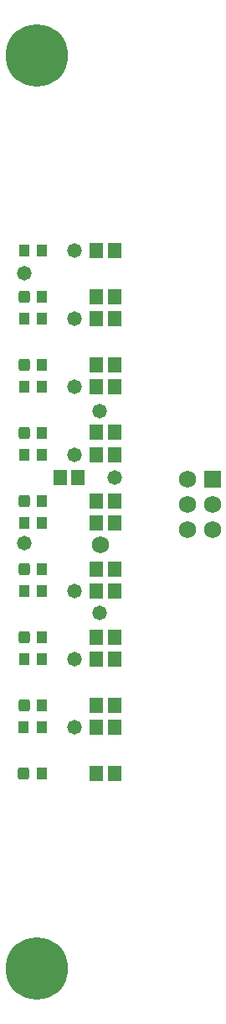
<source format=gbr>
%FSDAX33Y33*%
%MOMM*%
%SFA1B1*%

%IPPOS*%
%AMD11*
4,1,8,0.337820,0.601980,-0.337820,0.601980,-0.551180,0.388620,-0.551180,-0.388620,-0.337820,-0.601980,0.337820,-0.601980,0.551180,-0.388620,0.551180,0.388620,0.337820,0.601980,0.0*
1,1,0.428198,0.337820,0.388620*
1,1,0.428198,-0.337820,0.388620*
1,1,0.428198,-0.337820,-0.388620*
1,1,0.428198,0.337820,-0.388620*
%
G04~CAMADD=11~8~0.0~0.0~434.3~473.7~84.3~0.0~15~0.0~0.0~0.0~0.0~0~0.0~0.0~0.0~0.0~0~0.0~0.0~0.0~0.0~434.3~473.7*
%ADD11D11*%
%ADD12R,1.103201X1.203201*%
%ADD13R,1.403200X1.603200*%
%ADD14C,1.727200*%
%ADD15R,1.727200X1.727200*%
%ADD16C,1.473200*%
%ADD17C,6.299200*%
%LNfilm_topsolder-1*%
%LPD*%
G54D11*
X117961Y126083D03*
G54D12*
X117961Y130682D03*
G54D11*
X117982Y132941D03*
G54D12*
X117982Y137540D03*
G54D11*
X117982Y139799D03*
G54D12*
X117982Y144398D03*
G54D11*
X117982Y146657D03*
G54D12*
X117982Y151256D03*
G54D11*
X117982Y153515D03*
G54D12*
X117982Y158114D03*
G54D11*
X117982Y160373D03*
G54D12*
X117982Y164972D03*
G54D11*
X117982Y167231D03*
G54D12*
X117982Y171830D03*
G54D11*
X117982Y174089D03*
G54D12*
X117982Y178688D03*
X119760Y126083D03*
Y130682D03*
X119782Y132941D03*
Y137540D03*
Y139799D03*
Y144398D03*
Y146657D03*
Y151256D03*
Y153515D03*
Y158114D03*
Y160373D03*
Y164972D03*
Y167231D03*
Y171830D03*
Y174089D03*
Y178688D03*
G54D13*
X121655Y155828D03*
X123454D03*
X125327Y126085D03*
Y130682D03*
Y132943D03*
Y137540D03*
Y139801D03*
Y144398D03*
Y146659D03*
Y151256D03*
Y153517D03*
Y158114D03*
Y160400D03*
Y164972D03*
Y167233D03*
Y171830D03*
Y174091D03*
Y178688D03*
G54D14*
X125757Y149097D03*
G54D13*
X127126Y126085D03*
Y130682D03*
Y132943D03*
Y137540D03*
Y139801D03*
Y144398D03*
Y146659D03*
Y151256D03*
Y153517D03*
Y158114D03*
Y160400D03*
Y164972D03*
Y167233D03*
Y171830D03*
Y174091D03*
Y178688D03*
G54D14*
X134492Y150621D03*
Y153161D03*
Y155701D03*
X137032Y150621D03*
Y153161D03*
G54D15*
X137032Y155701D03*
G54D16*
X117982Y149224D03*
Y176402D03*
G54D17*
X119252Y106425D03*
Y198373D03*
G54D16*
X123062Y130682D03*
Y137540D03*
Y144398D03*
Y158114D03*
Y164972D03*
Y171830D03*
Y178688D03*
X125602Y142239D03*
Y162559D03*
X127126Y155816D03*
M02*
</source>
